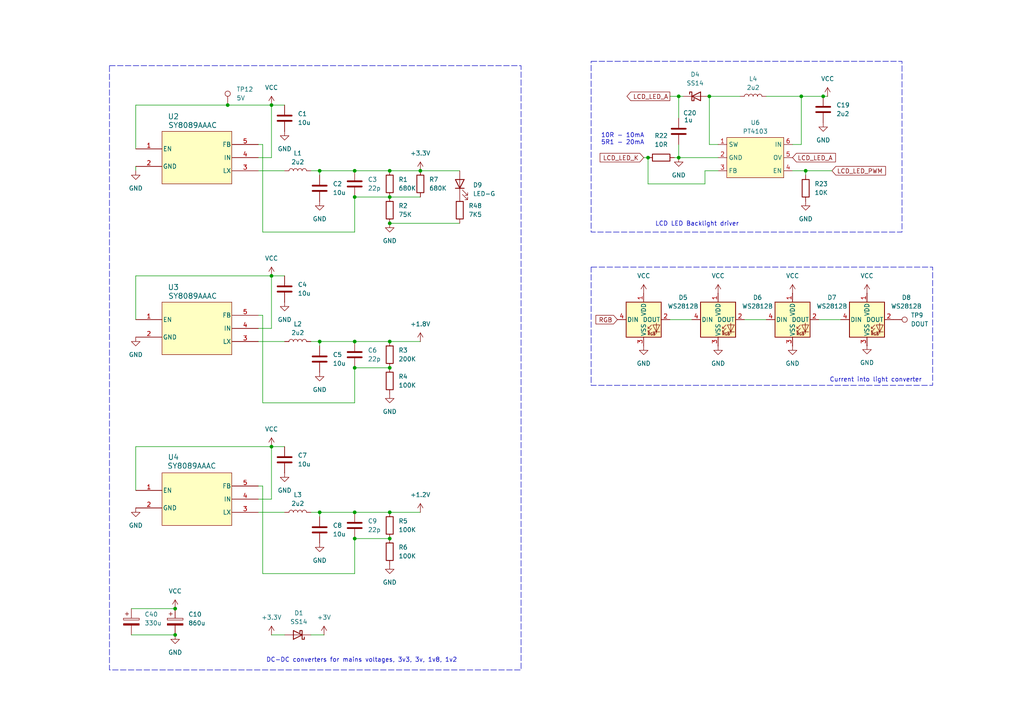
<source format=kicad_sch>
(kicad_sch (version 20250114) (generator "eeschema") (generator_version "9.0")
  (paper "A4")
  (title_block (title "V3s_Dev_Board") (date "2025/2026") (rev "A") (company "J.K.") (comment 1 "SBC prototype for educational purposes, my first project of its kind."))
  (lib_symbols
    (symbol "2025-12-23_17-04-29:SY8089AAAC" (pin_names (offset 0.254))
      (property "Reference" "U" (at 12.7 5.08 0))
      (property "Value" "SY8089AAAC" (at 12.7 2.54 0))
      (symbol "SY8089AAAC_0_1"
        (pin input line (at -7.62 -5.08 0) (length 7.62) (name "EN") (number "1"))
        (pin power_out line (at -7.62 -10.16 0) (length 7.62) (name "GND") (number "2"))
        (pin output line (at 27.94 -3.81 180) (length 7.62) (name "FB") (number "5"))
        (pin input line (at 27.94 -7.62 180) (length 7.62) (name "IN") (number "4"))
        (pin unspecified line (at 27.94 -11.43 180) (length 7.62) (name "LX") (number "3"))
      )
      (symbol "SY8089AAAC_1_1"
        (rectangle (start 0 0) (end 20.25 -15.24) (fill (type background)))
      )
    )
    (symbol "Connector:TestPoint" (pin_numbers (hide yes)) (pin_names (offset 0.762) (hide yes))
      (property "Reference" "TP" (at 0 6.858 0))
      (property "Value" "TestPoint" (at 0 5.08 0))
      (symbol "TestPoint_0_1"
        (circle (center 0 3.302) (radius 0.762))
      )
      (symbol "TestPoint_1_1"
        (pin passive line (at 0 0 90) (length 2.54) (name "1") (number "1"))
      )
    )
    (symbol "Custom:PT4103"
      (property "Reference" "U" (at 0.508 4.318 0))
      (property "Value" "PT4103" (at 3.302 2.032 0))
      (symbol "PT4103_1_1"
        (rectangle (start 0 0.762) (end 16.51 -10.922) (fill (type background)))
        (pin input line (at -2.54 -1.27 0) (length 2.54) (name "SW") (number "1"))
        (pin power_in line (at -2.54 -5.08 0) (length 2.54) (name "GND") (number "2"))
        (pin input line (at -2.54 -8.89 0) (length 2.54) (name "FB") (number "3"))
        (pin input line (at 19.05 -1.27 180) (length 2.54) (name "IN") (number "6"))
        (pin input line (at 19.05 -5.08 180) (length 2.54) (name "OV") (number "5"))
        (pin input line (at 19.05 -8.89 180) (length 2.54) (name "EN") (number "4"))
      )
    )
    (symbol "Device:C" (pin_numbers (hide yes)) (pin_names (offset 0.254))
      (property "Reference" "C" (at 0.635 2.54 0))
      (property "Value" "C" (at 0.635 -2.54 0))
      (symbol "C_0_1"
        (polyline (pts (xy -2.032 0.762) (xy 2.032 0.762)) (stroke (width 0.508)))
        (polyline (pts (xy -2.032 -0.762) (xy 2.032 -0.762)) (stroke (width 0.508)))
      )
      (symbol "C_1_1"
        (pin passive line (at 0 3.81 270) (length 2.794) (name "~") (number "1"))
        (pin passive line (at 0 -3.81 90) (length 2.794) (name "~") (number "2"))
      )
    )
    (symbol "Device:C_Polarized" (pin_numbers (hide yes)) (pin_names (offset 0.254))
      (property "Reference" "C" (at 0.635 2.54 0))
      (property "Value" "C_Polarized" (at 0.635 -2.54 0))
      (symbol "C_Polarized_0_1"
        (rectangle (start -2.286 0.508) (end 2.286 1.016))
        (polyline (pts (xy -1.778 2.286) (xy -0.762 2.286)))
        (polyline (pts (xy -1.27 2.794) (xy -1.27 1.778)))
        (rectangle (start 2.286 -0.508) (end -2.286 -1.016) (fill (type outline)))
      )
      (symbol "C_Polarized_1_1"
        (pin passive line (at 0 3.81 270) (length 2.794) (name "~") (number "1"))
        (pin passive line (at 0 -3.81 90) (length 2.794) (name "~") (number "2"))
      )
    )
    (symbol "Device:L" (pin_numbers (hide yes)) (pin_names (offset 1.016) (hide yes))
      (property "Reference" "L" (at -1.27 0 90))
      (property "Value" "L" (at 1.905 0 90))
      (symbol "L_0_1"
        (arc (start 0 2.54) (mid 0.6323 1.905) (end 0 1.27))
        (arc (start 0 1.27) (mid 0.6323 0.635) (end 0 0))
        (arc (start 0 0) (mid 0.6323 -0.635) (end 0 -1.27))
        (arc (start 0 -1.27) (mid 0.6323 -1.905) (end 0 -2.54))
      )
      (symbol "L_1_1"
        (pin passive line (at 0 3.81 270) (length 1.27) (name "1") (number "1"))
        (pin passive line (at 0 -3.81 90) (length 1.27) (name "2") (number "2"))
      )
    )
    (symbol "Device:LED" (pin_numbers (hide yes)) (pin_names (offset 1.016) (hide yes))
      (property "Reference" "D" (at 0 2.54 0))
      (property "Value" "LED" (at 0 -2.54 0))
      (symbol "LED_0_1"
        (polyline (pts (xy -3.048 -0.762) (xy -4.572 -2.286) (xy -3.81 -2.286) (xy -4.572 -2.286) (xy -4.572 -1.524)))
        (polyline (pts (xy -1.778 -0.762) (xy -3.302 -2.286) (xy -2.54 -2.286) (xy -3.302 -2.286) (xy -3.302 -1.524)))
        (polyline (pts (xy -1.27 0) (xy 1.27 0)))
        (polyline (pts (xy -1.27 -1.27) (xy -1.27 1.27)) (stroke (width 0.254)))
        (polyline (pts (xy 1.27 -1.27) (xy 1.27 1.27) (xy -1.27 0) (xy 1.27 -1.27)) (stroke (width 0.254)))
      )
      (symbol "LED_1_1"
        (pin passive line (at -3.81 0 0) (length 2.54) (name "K") (number "1"))
        (pin passive line (at 3.81 0 180) (length 2.54) (name "A") (number "2"))
      )
    )
    (symbol "Device:R" (pin_numbers (hide yes)) (pin_names (offset 0))
      (property "Reference" "R" (at 2.032 0 90))
      (property "Value" "R" (at 0 0 90))
      (symbol "R_0_1"
        (rectangle (start -1.016 -2.54) (end 1.016 2.54) (stroke (width 0.254)))
      )
      (symbol "R_1_1"
        (pin passive line (at 0 3.81 270) (length 1.27) (name "~") (number "1"))
        (pin passive line (at 0 -3.81 90) (length 1.27) (name "~") (number "2"))
      )
    )
    (symbol "Diode:SS14" (pin_numbers (hide yes)) (pin_names (offset 1.016) (hide yes))
      (property "Reference" "D" (at 0 2.54 0))
      (property "Value" "SS14" (at 0 -2.54 0))
      (symbol "SS14_0_1"
        (polyline (pts (xy -1.905 0.635) (xy -1.905 1.27) (xy -1.27 1.27) (xy -1.27 -1.27) (xy -0.635 -1.27) (xy -0.635 -0.635)) (stroke (width 0.254)))
        (polyline (pts (xy 1.27 1.27) (xy 1.27 -1.27) (xy -1.27 0) (xy 1.27 1.27)) (stroke (width 0.254)))
        (polyline (pts (xy 1.27 0) (xy -1.27 0)))
      )
      (symbol "SS14_1_1"
        (pin passive line (at -3.81 0 0) (length 2.54) (name "K") (number "1"))
        (pin passive line (at 3.81 0 180) (length 2.54) (name "A") (number "2"))
      )
    )
    (symbol "LED:WS2812B" (pin_names (offset 0.254))
      (property "Reference" "D" (at 5.08 5.715 0))
      (property "Value" "WS2812B" (at 1.27 -5.715 0))
      (symbol "WS2812B_0_0"
        (text "RGB" (at 2.286 -4.191 0) (effects (font (size 0.762 0.762))))
      )
      (symbol "WS2812B_0_1"
        (polyline (pts (xy 1.27 -2.54) (xy 1.778 -2.54)))
        (polyline (pts (xy 1.27 -3.556) (xy 1.778 -3.556)))
        (polyline (pts (xy 2.286 -1.524) (xy 1.27 -2.54) (xy 1.27 -2.032)))
        (polyline (pts (xy 2.286 -2.54) (xy 1.27 -3.556) (xy 1.27 -3.048)))
        (polyline (pts (xy 3.683 -1.016) (xy 3.683 -3.556) (xy 3.683 -4.064)))
        (polyline (pts (xy 4.699 -1.524) (xy 2.667 -1.524) (xy 3.683 -3.556) (xy 4.699 -1.524)))
        (polyline (pts (xy 4.699 -3.556) (xy 2.667 -3.556)))
        (rectangle (start 5.08 5.08) (end -5.08 -5.08) (stroke (width 0.254)) (fill (type background)))
      )
      (symbol "WS2812B_1_1"
        (pin input line (at -7.62 0 0) (length 2.54) (name "DIN") (number "4"))
        (pin power_in line (at 0 7.62 270) (length 2.54) (name "VDD") (number "1"))
        (pin power_in line (at 0 -7.62 90) (length 2.54) (name "VSS") (number "3"))
        (pin output line (at 7.62 0 180) (length 2.54) (name "DOUT") (number "2"))
      )
    )
    (symbol "SY8089AAAC_1" (pin_names (offset 0.254))
      (property "Reference" "U" (at 12.7 5.08 0))
      (property "Value" "SY8089AAAC" (at 12.7 2.54 0))
      (symbol "SY8089AAAC_1_0_1"
        (pin input line (at -7.62 -5.08 0) (length 7.62) (name "EN") (number "1"))
        (pin power_out line (at -7.62 -10.16 0) (length 7.62) (name "GND") (number "2"))
        (pin output line (at 27.94 -3.81 180) (length 7.62) (name "FB") (number "5"))
        (pin input line (at 27.94 -7.62 180) (length 7.62) (name "IN") (number "4"))
        (pin unspecified line (at 27.94 -11.43 180) (length 7.62) (name "LX") (number "3"))
      )
      (symbol "SY8089AAAC_1_1_1"
        (rectangle (start 0 0) (end 20.25 -15.24) (fill (type background)))
      )
    )
    (symbol "SY8089AAAC_2" (pin_names (offset 0.254))
      (property "Reference" "U" (at 12.7 5.08 0))
      (property "Value" "SY8089AAAC" (at 12.7 2.54 0))
      (symbol "SY8089AAAC_2_0_1"
        (pin input line (at -7.62 -5.08 0) (length 7.62) (name "EN") (number "1"))
        (pin power_out line (at -7.62 -10.16 0) (length 7.62) (name "GND") (number "2"))
        (pin output line (at 27.94 -3.81 180) (length 7.62) (name "FB") (number "5"))
        (pin input line (at 27.94 -7.62 180) (length 7.62) (name "IN") (number "4"))
        (pin unspecified line (at 27.94 -11.43 180) (length 7.62) (name "LX") (number "3"))
      )
      (symbol "SY8089AAAC_2_1_1"
        (rectangle (start 0 0) (end 20.25 -15.24) (fill (type background)))
      )
    )
    (symbol "power:+3.3V" (power) (pin_numbers (hide yes)) (pin_names (offset 0) (hide yes))
      (property "Value" "+3.3V" (at 0 3.556 0))
      (symbol "+3.3V_0_1"
        (polyline (pts (xy -0.762 1.27) (xy 0 2.54)))
        (polyline (pts (xy 0 2.54) (xy 0.762 1.27)))
        (polyline (pts (xy 0 0) (xy 0 2.54)))
      )
      (symbol "+3.3V_1_1"
        (pin power_in line (at 0 0 90) (length 0) (name "~") (number "1"))
      )
    )
    (symbol "power:GND" (power) (pin_numbers (hide yes)) (pin_names (offset 0) (hide yes))
      (property "Value" "GND" (at 0 -3.81 0))
      (symbol "GND_0_1"
        (polyline (pts (xy 0 0) (xy 0 -1.27) (xy 1.27 -1.27) (xy 0 -2.54) (xy -1.27 -1.27) (xy 0 -1.27)))
      )
      (symbol "GND_1_1"
        (pin power_in line (at 0 0 270) (length 0) (name "~") (number "1"))
      )
    )
    (symbol "power:VCC" (power) (pin_numbers (hide yes)) (pin_names (offset 0) (hide yes))
      (property "Value" "VCC" (at 0 3.556 0))
      (symbol "VCC_0_1"
        (polyline (pts (xy -0.762 1.27) (xy 0 2.54)))
        (polyline (pts (xy 0 2.54) (xy 0.762 1.27)))
        (polyline (pts (xy 0 0) (xy 0 2.54)))
      )
      (symbol "VCC_1_1"
        (pin power_in line (at 0 0 90) (length 0) (name "~") (number "1"))
      )
    )
  )
  (rectangle (start 171.45 77.47) (end 270.51 111.76) (stroke (width 0) (type dash)))
  (rectangle (start 171.45 17.78) (end 261.62 67.31) (stroke (width 0) (type dash)))
  (rectangle (start 31.75 19.05) (end 151.13 194.31) (stroke (width 0) (type dash)))
  (text "10R - 10mA\n5R1 - 20mA" (at 180.594 40.386 0) (effects (font (size 1.27 1.27))))
  (text "LCD LED Backlight driver\n" (at 202.184 65.024 0) (effects (font (size 1.27 1.27))))
  (text "Current into light converter" (at 254 110.236 0) (effects (font (size 1.27 1.27))))
  (text "DC-DC converters for mains voltages, 3v3, 3v, 1v8, 1v2" (at 104.902 191.516 0) (effects (font (size 1.27 1.27))))
  (junction (at 113.03 106.68))
  (junction (at 113.03 57.15))
  (junction (at 238.76 27.94))
  (junction (at 78.74 80.01))
  (junction (at 113.03 99.06))
  (junction (at 102.87 57.15))
  (junction (at 102.87 99.06))
  (junction (at 113.03 156.21))
  (junction (at 102.87 148.59))
  (junction (at 196.85 45.72))
  (junction (at 113.03 64.77))
  (junction (at 66.04 30.48))
  (junction (at 50.8 184.15))
  (junction (at 92.71 148.59))
  (junction (at 92.71 99.06))
  (junction (at 233.68 49.53))
  (junction (at 78.74 129.54))
  (junction (at 102.87 106.68))
  (junction (at 102.87 49.53))
  (junction (at 196.85 27.94))
  (junction (at 121.92 49.53))
  (junction (at 102.87 156.21))
  (junction (at 205.74 27.94))
  (junction (at 187.96 45.72))
  (junction (at 78.74 30.48))
  (junction (at 232.41 27.94))
  (junction (at 92.71 49.53))
  (junction (at 113.03 49.53))
  (junction (at 113.03 148.59))
  (junction (at 50.8 176.53))
  (wire (pts (xy 39.37 48.26) (xy 39.37 49.53)))
  (wire (pts (xy 186.69 45.72) (xy 187.96 45.72)))
  (wire (pts (xy 76.2 140.97) (xy 76.2 166.37)))
  (wire (pts (xy 102.87 156.21) (xy 113.03 156.21)))
  (wire (pts (xy 187.96 45.72) (xy 187.96 53.34)))
  (wire (pts (xy 196.85 45.72) (xy 208.28 45.72)))
  (wire (pts (xy 39.37 30.48) (xy 66.04 30.48)))
  (wire (pts (xy 92.71 148.59) (xy 102.87 148.59)))
  (wire (pts (xy 92.71 149.86) (xy 92.71 148.59)))
  (wire (pts (xy 90.17 49.53) (xy 92.71 49.53)))
  (wire (pts (xy 66.04 30.48) (xy 78.74 30.48)))
  (wire (pts (xy 187.96 53.34) (xy 204.47 53.34)))
  (wire (pts (xy 78.74 129.54) (xy 82.55 129.54)))
  (wire (pts (xy 205.74 27.94) (xy 205.74 41.91)))
  (wire (pts (xy 39.37 43.18) (xy 39.37 30.48)))
  (wire (pts (xy 78.74 80.01) (xy 82.55 80.01)))
  (wire (pts (xy 232.41 27.94) (xy 238.76 27.94)))
  (wire (pts (xy 194.31 27.94) (xy 196.85 27.94)))
  (wire (pts (xy 204.47 49.53) (xy 208.28 49.53)))
  (wire (pts (xy 102.87 106.68) (xy 113.03 106.68)))
  (wire (pts (xy 74.93 140.97) (xy 76.2 140.97)))
  (wire (pts (xy 74.93 95.25) (xy 78.74 95.25)))
  (wire (pts (xy 102.87 57.15) (xy 113.03 57.15)))
  (wire (pts (xy 92.71 50.8) (xy 92.71 49.53)))
  (wire (pts (xy 194.31 92.71) (xy 200.66 92.71)))
  (wire (pts (xy 90.17 184.15) (xy 93.98 184.15)))
  (wire (pts (xy 92.71 49.53) (xy 102.87 49.53)))
  (wire (pts (xy 237.49 92.71) (xy 243.84 92.71)))
  (wire (pts (xy 92.71 99.06) (xy 102.87 99.06)))
  (wire (pts (xy 76.2 116.84) (xy 102.87 116.84)))
  (wire (pts (xy 113.03 64.77) (xy 133.35 64.77)))
  (wire (pts (xy 76.2 91.44) (xy 76.2 116.84)))
  (wire (pts (xy 121.92 99.06) (xy 113.03 99.06)))
  (wire (pts (xy 78.74 144.78) (xy 78.74 129.54)))
  (wire (pts (xy 102.87 99.06) (xy 113.03 99.06)))
  (wire (pts (xy 74.93 41.91) (xy 76.2 41.91)))
  (wire (pts (xy 121.92 148.59) (xy 113.03 148.59)))
  (wire (pts (xy 102.87 116.84) (xy 102.87 106.68)))
  (wire (pts (xy 74.93 144.78) (xy 78.74 144.78)))
  (wire (pts (xy 102.87 166.37) (xy 102.87 156.21)))
  (wire (pts (xy 90.17 99.06) (xy 92.71 99.06)))
  (wire (pts (xy 121.92 49.53) (xy 133.35 49.53)))
  (wire (pts (xy 74.93 99.06) (xy 82.55 99.06)))
  (wire (pts (xy 74.93 49.53) (xy 82.55 49.53)))
  (wire (pts (xy 233.68 50.8) (xy 233.68 49.53)))
  (wire (pts (xy 215.9 92.71) (xy 222.25 92.71)))
  (wire (pts (xy 38.1 176.53) (xy 50.8 176.53)))
  (wire (pts (xy 78.74 30.48) (xy 82.55 30.48)))
  (wire (pts (xy 39.37 92.71) (xy 39.37 80.01)))
  (wire (pts (xy 121.92 49.53) (xy 113.03 49.53)))
  (wire (pts (xy 222.25 27.94) (xy 232.41 27.94)))
  (wire (pts (xy 113.03 57.15) (xy 121.92 57.15)))
  (wire (pts (xy 78.74 95.25) (xy 78.74 80.01)))
  (wire (pts (xy 196.85 27.94) (xy 198.12 27.94)))
  (wire (pts (xy 74.93 45.72) (xy 78.74 45.72)))
  (wire (pts (xy 205.74 41.91) (xy 208.28 41.91)))
  (wire (pts (xy 76.2 67.31) (xy 102.87 67.31)))
  (wire (pts (xy 233.68 49.53) (xy 241.3 49.53)))
  (wire (pts (xy 76.2 41.91) (xy 76.2 67.31)))
  (wire (pts (xy 102.87 148.59) (xy 113.03 148.59)))
  (wire (pts (xy 233.68 49.53) (xy 229.87 49.53)))
  (wire (pts (xy 39.37 80.01) (xy 78.74 80.01)))
  (wire (pts (xy 90.17 148.59) (xy 92.71 148.59)))
  (wire (pts (xy 196.85 41.91) (xy 196.85 45.72)))
  (wire (pts (xy 238.76 27.94) (xy 240.03 27.94)))
  (wire (pts (xy 92.71 100.33) (xy 92.71 99.06)))
  (wire (pts (xy 38.1 184.15) (xy 50.8 184.15)))
  (wire (pts (xy 229.87 41.91) (xy 232.41 41.91)))
  (wire (pts (xy 39.37 129.54) (xy 78.74 129.54)))
  (wire (pts (xy 196.85 27.94) (xy 196.85 34.29)))
  (wire (pts (xy 195.58 45.72) (xy 196.85 45.72)))
  (wire (pts (xy 74.93 91.44) (xy 76.2 91.44)))
  (wire (pts (xy 39.37 142.24) (xy 39.37 129.54)))
  (wire (pts (xy 78.74 45.72) (xy 78.74 30.48)))
  (wire (pts (xy 76.2 166.37) (xy 102.87 166.37)))
  (wire (pts (xy 102.87 67.31) (xy 102.87 57.15)))
  (wire (pts (xy 74.93 148.59) (xy 82.55 148.59)))
  (wire (pts (xy 204.47 53.34) (xy 204.47 49.53)))
  (wire (pts (xy 78.74 184.15) (xy 82.55 184.15)))
  (wire (pts (xy 214.63 27.94) (xy 205.74 27.94)))
  (wire (pts (xy 232.41 41.91) (xy 232.41 27.94)))
  (wire (pts (xy 102.87 49.53) (xy 113.03 49.53)))
  (global_label "LCD_LED_A" (shape output) (at 194.31 27.94 180) (property "Intersheetrefs" "${INTERSHEET_REFS}" (effects (hide yes))))
  (global_label "LCD_LED_PWM" (shape input) (at 241.3 49.53 0) (property "Intersheetrefs" "${INTERSHEET_REFS}" (effects (hide yes))))
  (global_label "RGB" (shape input) (at 179.07 92.71 180) (property "Intersheetrefs" "${INTERSHEET_REFS}" (effects (hide yes))))
  (global_label "LCD_LED_A" (shape input) (at 229.87 45.72 0) (property "Intersheetrefs" "${INTERSHEET_REFS}" (effects (hide yes))))
  (global_label "LCD_LED_K" (shape input) (at 186.69 45.72 180) (property "Intersheetrefs" "${INTERSHEET_REFS}" (effects (hide yes))))
  (symbol (lib_id "Connector:TestPoint") (at 66.04 30.48 0) (unit 1)
    (property "Reference" "TP12" (at 68.58 25.9079 0) (effects (justify left)))
    (property "Value" "5V" (at 68.58 28.4479 0) (effects (justify left)))
    (property "Footprint" "TestPoint:TestPoint_Pad_D1.0mm" (effects (hide yes)))
    (property "Description" "test point" (effects (hide yes)))
  )
  (symbol (lib_id "power:GND") (at 196.85 45.72 0) (unit 1)
    (property "Reference" "#PWR046" (effects (hide yes)))
    (property "Value" "GND" (at 196.85 50.8 0))
    (property "Description" "Power symbol creates a global label with name \"GND\" , ground" (effects (hide yes)))
  )
  (symbol (lib_id "Device:C") (at 102.87 53.34 0) (unit 1)
    (property "Reference" "C3" (at 106.68 52.0699 0) (effects (justify left)))
    (property "Value" "22p" (at 106.68 54.6099 0) (effects (justify left)))
    (property "Footprint" "Capacitor_SMD:C_0805_2012Metric_Pad1.18x1.45mm_HandSolder" (effects (hide yes)))
    (property "Description" "Unpolarized capacitor" (effects (hide yes)))
  )
  (symbol (lib_id "Device:R") (at 113.03 60.96 180) (unit 1)
    (property "Reference" "R2" (at 115.57 59.6899 0) (effects (justify right)))
    (property "Value" "75K" (at 115.57 62.2299 0) (effects (justify right)))
    (property "Footprint" "Resistor_SMD:R_0805_2012Metric_Pad1.20x1.40mm_HandSolder" (effects (hide yes)))
    (property "Description" "Resistor" (effects (hide yes)))
  )
  (symbol (lib_id "power:GND") (at 238.76 35.56 0) (unit 1)
    (property "Reference" "#PWR045" (effects (hide yes)))
    (property "Value" "GND" (at 238.76 40.64 0))
    (property "Description" "Power symbol creates a global label with name \"GND\" , ground" (effects (hide yes)))
  )
  (symbol (lib_id "power:GND") (at 50.8 184.15 0) (unit 1)
    (property "Reference" "#PWR020" (effects (hide yes)))
    (property "Value" "GND" (at 50.8 189.23 0))
    (property "Description" "Power symbol creates a global label with name \"GND\" , ground" (effects (hide yes)))
  )
  (symbol (lib_id "Device:C") (at 82.55 34.29 0) (unit 1)
    (property "Reference" "C1" (at 86.36 33.0199 0) (effects (justify left)))
    (property "Value" "10u" (at 86.36 35.5599 0) (effects (justify left)))
    (property "Footprint" "Capacitor_SMD:C_0805_2012Metric_Pad1.18x1.45mm_HandSolder" (effects (hide yes)))
    (property "Description" "Unpolarized capacitor" (effects (hide yes)))
  )
  (symbol (lib_name "SY8089AAAC_2") (lib_id "2025-12-23_17-04-29:SY8089AAAC") (at 46.99 87.63 0) (unit 1)
    (property "Reference" "U3" (at 50.292 83.312 0) (effects (font (size 1.524 1.524))))
    (property "Value" "SY8089AAAC" (at 55.88 85.852 0) (effects (font (size 1.524 1.524))))
    (property "Footprint" "SY8089AAAC_SGY" (effects (hide yes)))
    (property "Datasheet" "SY8089AAAC" (effects (hide yes)))
  )
  (symbol (lib_id "LED:WS2812B") (at 186.69 92.71 0) (unit 1)
    (property "Reference" "D5" (at 198.12 86.2898 0))
    (property "Value" "WS2812B" (at 198.12 88.8298 0))
    (property "Footprint" "LED_SMD:LED_WS2812B_PLCC4_5.0x5.0mm_P3.2mm" (effects (hide yes)))
    (property "Datasheet" "https://cdn-shop.adafruit.com/datasheets/WS2812B.pdf" (effects (hide yes)))
    (property "Description" "RGB LED with integrated controller" (effects (hide yes)))
  )
  (symbol (lib_id "Device:L") (at 218.44 27.94 90) (unit 1)
    (property "Reference" "L4" (at 218.44 22.86 90))
    (property "Value" "2u2" (at 218.44 25.4 90))
    (property "Footprint" "Inductor_SMD:L_APV_APH0420" (effects (hide yes)))
    (property "Description" "Inductor" (effects (hide yes)))
  )
  (symbol (lib_id "power:GND") (at 113.03 114.3 0) (unit 1)
    (property "Reference" "#PWR011" (effects (hide yes)))
    (property "Value" "GND" (at 113.03 119.38 0))
    (property "Description" "Power symbol creates a global label with name \"GND\" , ground" (effects (hide yes)))
  )
  (symbol (lib_id "Device:L") (at 86.36 148.59 90) (unit 1)
    (property "Reference" "L3" (at 86.36 143.51 90))
    (property "Value" "2u2" (at 86.36 146.05 90))
    (property "Footprint" "Inductor_SMD:L_APV_APH0420" (effects (hide yes)))
    (property "Description" "Inductor" (effects (hide yes)))
  )
  (symbol (lib_id "power:GND") (at 92.71 58.42 0) (unit 1)
    (property "Reference" "#PWR02" (effects (hide yes)))
    (property "Value" "GND" (at 92.71 63.5 0))
    (property "Description" "Power symbol creates a global label with name \"GND\" , ground" (effects (hide yes)))
  )
  (symbol (lib_id "Device:R") (at 113.03 160.02 180) (unit 1)
    (property "Reference" "R6" (at 115.57 158.7499 0) (effects (justify right)))
    (property "Value" "100K" (at 115.57 161.2899 0) (effects (justify right)))
    (property "Footprint" "Resistor_SMD:R_0805_2012Metric_Pad1.20x1.40mm_HandSolder" (effects (hide yes)))
    (property "Description" "Resistor" (effects (hide yes)))
  )
  (symbol (lib_id "power:GND") (at 251.46 100.1142 0) (unit 1)
    (property "Reference" "#PWR093" (effects (hide yes)))
    (property "Value" "GND" (at 251.46 105.1942 0))
    (property "Description" "Power symbol creates a global label with name \"GND\" , ground" (effects (hide yes)))
  )
  (symbol (lib_name "SY8089AAAC_1") (lib_id "2025-12-23_17-04-29:SY8089AAAC") (at 46.99 38.1 0) (unit 1)
    (property "Reference" "U2" (at 50.292 33.782 0) (effects (font (size 1.524 1.524))))
    (property "Value" "SY8089AAAC" (at 55.88 36.322 0) (effects (font (size 1.524 1.524))))
    (property "Footprint" "SY8089AAAC_SGY" (effects (hide yes)))
    (property "Datasheet" "SY8089AAAC" (effects (hide yes)))
  )
  (symbol (lib_id "power:GND") (at 233.68 58.42 0) (unit 1)
    (property "Reference" "#PWR047" (effects (hide yes)))
    (property "Value" "GND" (at 233.68 63.5 0))
    (property "Description" "Power symbol creates a global label with name \"GND\" , ground" (effects (hide yes)))
  )
  (symbol (lib_id "Device:L") (at 86.36 49.53 90) (unit 1)
    (property "Reference" "L1" (at 86.36 44.45 90))
    (property "Value" "2u2" (at 86.36 46.99 90))
    (property "Footprint" "Inductor_SMD:L_APV_APH0420" (effects (hide yes)))
    (property "Description" "Inductor" (effects (hide yes)))
  )
  (symbol (lib_id "power:VCC") (at 208.28 85.09 0) (unit 1)
    (property "Reference" "#PWR095" (effects (hide yes)))
    (property "Value" "VCC" (at 208.28 80.01 0))
    (property "Description" "Power symbol creates a global label with name \"VCC\"" (effects (hide yes)))
  )
  (symbol (lib_id "power:GND") (at 92.71 107.95 0) (unit 1)
    (property "Reference" "#PWR010" (effects (hide yes)))
    (property "Value" "GND" (at 92.71 113.03 0))
    (property "Description" "Power symbol creates a global label with name \"GND\" , ground" (effects (hide yes)))
  )
  (symbol (lib_id "Device:R") (at 113.03 152.4 0) (unit 1)
    (property "Reference" "R5" (at 115.57 151.1299 0) (effects (justify left)))
    (property "Value" "100K" (at 115.57 153.6699 0) (effects (justify left)))
    (property "Footprint" "Resistor_SMD:R_0805_2012Metric_Pad1.20x1.40mm_HandSolder" (effects (hide yes)))
    (property "Description" "Resistor" (effects (hide yes)))
  )
  (symbol (lib_id "power:GND") (at 39.37 97.79 0) (unit 1)
    (property "Reference" "#PWR07" (effects (hide yes)))
    (property "Value" "GND" (at 39.37 102.87 0))
    (property "Description" "Power symbol creates a global label with name \"GND\" , ground" (effects (hide yes)))
  )
  (symbol (lib_id "Connector:TestPoint") (at 259.08 92.71 270) (unit 1)
    (property "Reference" "TP9" (at 264.16 91.4399 90) (effects (justify left)))
    (property "Value" "DOUT" (at 264.16 93.9799 90) (effects (justify left)))
    (property "Footprint" "TestPoint:TestPoint_Pad_D1.0mm" (effects (hide yes)))
    (property "Description" "test point" (effects (hide yes)))
  )
  (symbol (lib_id "power:VCC") (at 78.74 80.01 0) (unit 1)
    (property "Reference" "#PWR08" (effects (hide yes)))
    (property "Value" "VCC" (at 78.74 74.93 0))
    (property "Description" "Power symbol creates a global label with name \"VCC\"" (effects (hide yes)))
  )
  (symbol (lib_id "LED:WS2812B") (at 229.87 92.71 0) (unit 1)
    (property "Reference" "D7" (at 241.3 86.2898 0))
    (property "Value" "WS2812B" (at 241.3 88.8298 0))
    (property "Footprint" "LED_SMD:LED_WS2812B_PLCC4_5.0x5.0mm_P3.2mm" (effects (hide yes)))
    (property "Datasheet" "https://cdn-shop.adafruit.com/datasheets/WS2812B.pdf" (effects (hide yes)))
    (property "Description" "RGB LED with integrated controller" (effects (hide yes)))
  )
  (symbol (lib_id "Device:LED") (at 133.35 53.34 90) (unit 1)
    (property "Reference" "D9" (at 137.16 53.6574 90) (effects (justify right)))
    (property "Value" "LED-G" (at 137.16 56.1974 90) (effects (justify right)))
    (property "Footprint" "LED_SMD:LED_0805_2012Metric_Pad1.15x1.40mm_HandSolder" (effects (hide yes)))
    (property "Description" "Light emitting diode" (effects (hide yes)))
    (property "Sim.Pins" "1=K 2=A" (effects (hide yes)))
  )
  (symbol (lib_id "power:GND") (at 113.03 163.83 0) (unit 1)
    (property "Reference" "#PWR017" (effects (hide yes)))
    (property "Value" "GND" (at 113.03 168.91 0))
    (property "Description" "Power symbol creates a global label with name \"GND\" , ground" (effects (hide yes)))
  )
  (symbol (lib_id "Device:C") (at 92.71 54.61 0) (unit 1)
    (property "Reference" "C2" (at 96.52 53.3399 0) (effects (justify left)))
    (property "Value" "10u" (at 96.52 55.8799 0) (effects (justify left)))
    (property "Footprint" "Capacitor_SMD:C_0805_2012Metric_Pad1.18x1.45mm_HandSolder" (effects (hide yes)))
    (property "Description" "Unpolarized capacitor" (effects (hide yes)))
  )
  (symbol (lib_id "Device:C") (at 102.87 102.87 0) (unit 1)
    (property "Reference" "C6" (at 106.68 101.5999 0) (effects (justify left)))
    (property "Value" "22p" (at 106.68 104.1399 0) (effects (justify left)))
    (property "Footprint" "Capacitor_SMD:C_0805_2012Metric_Pad1.18x1.45mm_HandSolder" (effects (hide yes)))
    (property "Description" "Unpolarized capacitor" (effects (hide yes)))
  )
  (symbol (lib_id "power:+3.3V") (at 78.74 184.15 0) (unit 1)
    (property "Reference" "#PWR021" (effects (hide yes)))
    (property "Value" "+3.3V" (at 78.74 179.07 0))
    (property "Description" "Power symbol creates a global label with name \"+3.3V\"" (effects (hide yes)))
  )
  (symbol (lib_id "Device:C_Polarized") (at 50.8 180.34 0) (unit 1)
    (property "Reference" "C10" (at 54.61 178.1809 0) (effects (justify left)))
    (property "Value" "860u" (at 54.61 180.7209 0) (effects (justify left)))
    (property "Footprint" "Capacitor_THT:CP_Radial_D6.3mm_P2.50mm" (effects (hide yes)))
    (property "Description" "Polarized capacitor" (effects (hide yes)))
  )
  (symbol (lib_id "power:GND") (at 208.28 100.33 0) (unit 1)
    (property "Reference" "#PWR091" (effects (hide yes)))
    (property "Value" "GND" (at 208.28 105.41 0))
    (property "Description" "Power symbol creates a global label with name \"GND\" , ground" (effects (hide yes)))
  )
  (symbol (lib_id "Device:C") (at 92.71 153.67 0) (unit 1)
    (property "Reference" "C8" (at 96.52 152.3999 0) (effects (justify left)))
    (property "Value" "10u" (at 96.52 154.9399 0) (effects (justify left)))
    (property "Footprint" "Capacitor_SMD:C_0805_2012Metric_Pad1.18x1.45mm_HandSolder" (effects (hide yes)))
    (property "Description" "Unpolarized capacitor" (effects (hide yes)))
  )
  (symbol (lib_id "power:+3.3V") (at 121.92 148.59 0) (unit 1)
    (property "Reference" "#PWR018" (effects (hide yes)))
    (property "Value" "+1.2V" (at 121.92 143.51 0))
    (property "Description" "Power symbol creates a global label with name \"+3.3V\"" (effects (hide yes)))
  )
  (symbol (lib_id "Device:C") (at 82.55 133.35 0) (unit 1)
    (property "Reference" "C7" (at 86.36 132.0799 0) (effects (justify left)))
    (property "Value" "10u" (at 86.36 134.6199 0) (effects (justify left)))
    (property "Footprint" "Capacitor_SMD:C_0805_2012Metric_Pad1.18x1.45mm_HandSolder" (effects (hide yes)))
    (property "Description" "Unpolarized capacitor" (effects (hide yes)))
  )
  (symbol (lib_id "Device:C") (at 102.87 152.4 0) (unit 1)
    (property "Reference" "C9" (at 106.68 151.1299 0) (effects (justify left)))
    (property "Value" "22p" (at 106.68 153.6699 0) (effects (justify left)))
    (property "Footprint" "Capacitor_SMD:C_0805_2012Metric_Pad1.18x1.45mm_HandSolder" (effects (hide yes)))
    (property "Description" "Unpolarized capacitor" (effects (hide yes)))
  )
  (symbol (lib_id "power:VCC") (at 78.74 129.54 0) (unit 1)
    (property "Reference" "#PWR014" (effects (hide yes)))
    (property "Value" "VCC" (at 78.74 124.46 0))
    (property "Description" "Power symbol creates a global label with name \"VCC\"" (effects (hide yes)))
  )
  (symbol (lib_id "Custom:PT4103") (at 210.82 40.64 0) (unit 1)
    (property "Reference" "U6" (at 219.075 35.56 0))
    (property "Value" "PT4103" (at 219.075 38.1 0))
    (property "Footprint" "Package_TO_SOT_SMD:SOT-23-6_Handsoldering" (effects (hide yes)))
    (property "Datasheet" "https://www.alldatasheet.com/datasheet-pdf/view/2137733/POWTECH/PT4103B23F.html" (effects (hide yes)))
    (property "Description" "The PT4103 is a step-up DC/DC converter designed for driving up to 8 white LEDs in series from a single cell Lithium  Ion  battery  with  constant  current.  Because  it  directly regulates output current, the PT4103 is ideal for driving   light   emitting   diodes   (LEDs)   whose   light   intensity  is  proportional  to  the  current  passing  through  them,  not  the  voltage  across  their  terminals.  A  single  external  resistor  sets  LED  current  between  5mA  and  20mA, which can then be easily adjusted using either a DC voltage or a pulse width modulated (PWM) signal. Its  low  104mV  feedback  voltage  reduces  power  loss  and  improves  efficiency.  The  OV  pin  monitors  the  output   voltage   and   turns   off   the   converter   if   an   over-voltage condition is present due to an open circuit condition.   The   PT4103   is   available   in   SOT23-6      packages." (effects (hide yes)))
  )
  (symbol (lib_id "power:VCC") (at 186.69 85.09 0) (unit 1)
    (property "Reference" "#PWR094" (effects (hide yes)))
    (property "Value" "VCC" (at 186.69 80.01 0))
    (property "Description" "Power symbol creates a global label with name \"VCC\"" (effects (hide yes)))
  )
  (symbol (lib_id "power:GND") (at 229.87 100.33 0) (unit 1)
    (property "Reference" "#PWR092" (effects (hide yes)))
    (property "Value" "GND" (at 229.87 105.41 0))
    (property "Description" "Power symbol creates a global label with name \"GND\" , ground" (effects (hide yes)))
  )
  (symbol (lib_id "Device:C") (at 196.85 38.1 0) (unit 1)
    (property "Reference" "C20" (at 198.12 32.766 0) (effects (justify left)))
    (property "Value" "1u" (at 198.374 34.798 0) (effects (justify left)))
    (property "Footprint" "Capacitor_SMD:C_0805_2012Metric_Pad1.18x1.45mm_HandSolder" (effects (hide yes)))
    (property "Description" "Unpolarized capacitor" (effects (hide yes)))
  )
  (symbol (lib_id "Device:C") (at 238.76 31.75 0) (unit 1)
    (property "Reference" "C19" (at 242.57 30.4799 0) (effects (justify left)))
    (property "Value" "2u2" (at 242.57 33.0199 0) (effects (justify left)))
    (property "Footprint" "Capacitor_SMD:C_0805_2012Metric_Pad1.18x1.45mm_HandSolder" (effects (hide yes)))
    (property "Description" "Unpolarized capacitor" (effects (hide yes)))
  )
  (symbol (lib_id "power:GND") (at 82.55 87.63 0) (unit 1)
    (property "Reference" "#PWR09" (effects (hide yes)))
    (property "Value" "GND" (at 82.55 92.71 0))
    (property "Description" "Power symbol creates a global label with name \"GND\" , ground" (effects (hide yes)))
  )
  (symbol (lib_id "power:VCC") (at 229.87 85.09 0) (unit 1)
    (property "Reference" "#PWR096" (effects (hide yes)))
    (property "Value" "VCC" (at 229.87 80.01 0))
    (property "Description" "Power symbol creates a global label with name \"VCC\"" (effects (hide yes)))
  )
  (symbol (lib_id "Device:R") (at 113.03 110.49 180) (unit 1)
    (property "Reference" "R4" (at 115.57 109.2199 0) (effects (justify right)))
    (property "Value" "100K" (at 115.57 111.7599 0) (effects (justify right)))
    (property "Footprint" "Resistor_SMD:R_0805_2012Metric_Pad1.20x1.40mm_HandSolder" (effects (hide yes)))
    (property "Description" "Resistor" (effects (hide yes)))
  )
  (symbol (lib_id "power:GND") (at 113.03 64.77 0) (unit 1)
    (property "Reference" "#PWR05" (effects (hide yes)))
    (property "Value" "GND" (at 113.03 69.85 0))
    (property "Description" "Power symbol creates a global label with name \"GND\" , ground" (effects (hide yes)))
  )
  (symbol (lib_id "Device:R") (at 113.03 102.87 0) (unit 1)
    (property "Reference" "R3" (at 115.57 101.5999 0) (effects (justify left)))
    (property "Value" "200K" (at 115.57 104.1399 0) (effects (justify left)))
    (property "Footprint" "Resistor_SMD:R_0805_2012Metric_Pad1.20x1.40mm_HandSolder" (effects (hide yes)))
    (property "Description" "Resistor" (effects (hide yes)))
  )
  (symbol (lib_id "Diode:SS14") (at 86.36 184.15 180) (unit 1)
    (property "Reference" "D1" (at 86.6775 177.8 0))
    (property "Value" "SS14" (at 86.6775 180.34 0))
    (property "Footprint" "Diode_SMD:D_SMA" (effects (hide yes)))
    (property "Datasheet" "https://www.vishay.com/docs/88746/ss12.pdf" (effects (hide yes)))
    (property "Description" "40V 1A Schottky Diode, SMA" (effects (hide yes)))
  )
  (symbol (lib_id "power:+3.3V") (at 121.92 99.06 0) (unit 1)
    (property "Reference" "#PWR012" (effects (hide yes)))
    (property "Value" "+1.8V" (at 121.92 93.98 0))
    (property "Description" "Power symbol creates a global label with name \"+3.3V\"" (effects (hide yes)))
  )
  (symbol (lib_id "Device:R") (at 121.92 53.34 0) (unit 1)
    (property "Reference" "R7" (at 124.46 52.0699 0) (effects (justify left)))
    (property "Value" "680K" (at 124.46 54.6099 0) (effects (justify left)))
    (property "Footprint" "Resistor_SMD:R_0805_2012Metric_Pad1.20x1.40mm_HandSolder" (effects (hide yes)))
    (property "Description" "Resistor" (effects (hide yes)))
  )
  (symbol (lib_id "power:GND") (at 82.55 38.1 0) (unit 1)
    (property "Reference" "#PWR04" (effects (hide yes)))
    (property "Value" "GND" (at 82.55 43.18 0))
    (property "Description" "Power symbol creates a global label with name \"GND\" , ground" (effects (hide yes)))
  )
  (symbol (lib_id "power:GND") (at 186.69 100.33 0) (unit 1)
    (property "Reference" "#PWR090" (effects (hide yes)))
    (property "Value" "GND" (at 186.69 105.41 0))
    (property "Description" "Power symbol creates a global label with name \"GND\" , ground" (effects (hide yes)))
  )
  (symbol (lib_id "Device:R") (at 233.68 54.61 180) (unit 1)
    (property "Reference" "R23" (at 236.22 53.3399 0) (effects (justify right)))
    (property "Value" "10K" (at 236.22 55.8799 0) (effects (justify right)))
    (property "Footprint" "Resistor_SMD:R_0805_2012Metric_Pad1.20x1.40mm_HandSolder" (effects (hide yes)))
    (property "Description" "Resistor" (effects (hide yes)))
  )
  (symbol (lib_id "power:VCC") (at 78.74 30.48 0) (unit 1)
    (property "Reference" "#PWR03" (effects (hide yes)))
    (property "Value" "VCC" (at 78.74 25.4 0))
    (property "Description" "Power symbol creates a global label with name \"VCC\"" (effects (hide yes)))
  )
  (symbol (lib_id "power:+3.3V") (at 93.98 184.15 0) (unit 1)
    (property "Reference" "#PWR022" (effects (hide yes)))
    (property "Value" "+3V" (at 93.98 179.07 0))
    (property "Description" "Power symbol creates a global label with name \"+3.3V\"" (effects (hide yes)))
  )
  (symbol (lib_id "Device:C_Polarized") (at 38.1 180.34 0) (unit 1)
    (property "Reference" "C40" (at 41.91 178.1809 0) (effects (justify left)))
    (property "Value" "330u" (at 41.91 180.7209 0) (effects (justify left)))
    (property "Footprint" "Capacitor_Tantalum_SMD:CP_EIA-7343-15_Kemet-W_HandSolder" (effects (hide yes)))
    (property "Description" "Polarized capacitor" (effects (hide yes)))
  )
  (symbol (lib_id "power:VCC") (at 240.03 27.94 0) (unit 1)
    (property "Reference" "#PWR044" (effects (hide yes)))
    (property "Value" "VCC" (at 240.03 22.86 0))
    (property "Description" "Power symbol creates a global label with name \"VCC\"" (effects (hide yes)))
  )
  (symbol (lib_id "power:GND") (at 82.55 137.16 0) (unit 1)
    (property "Reference" "#PWR015" (effects (hide yes)))
    (property "Value" "GND" (at 82.55 142.24 0))
    (property "Description" "Power symbol creates a global label with name \"GND\" , ground" (effects (hide yes)))
  )
  (symbol (lib_id "Device:R") (at 113.03 53.34 0) (unit 1)
    (property "Reference" "R1" (at 115.57 52.0699 0) (effects (justify left)))
    (property "Value" "680K" (at 115.57 54.6099 0) (effects (justify left)))
    (property "Footprint" "Resistor_SMD:R_0805_2012Metric_Pad1.20x1.40mm_HandSolder" (effects (hide yes)))
    (property "Description" "Resistor" (effects (hide yes)))
  )
  (symbol (lib_id "2025-12-23_17-04-29:SY8089AAAC") (at 46.99 137.16 0) (unit 1)
    (property "Reference" "U4" (at 50.292 132.588 0) (effects (font (size 1.524 1.524))))
    (property "Value" "SY8089AAAC" (at 55.626 135.128 0) (effects (font (size 1.524 1.524))))
    (property "Footprint" "SY8089AAAC_SGY" (effects (hide yes)))
    (property "Datasheet" "SY8089AAAC" (effects (hide yes)))
  )
  (symbol (lib_id "power:GND") (at 39.37 49.53 0) (unit 1)
    (property "Reference" "#PWR01" (effects (hide yes)))
    (property "Value" "GND" (at 39.37 54.61 0))
    (property "Description" "Power symbol creates a global label with name \"GND\" , ground" (effects (hide yes)))
  )
  (symbol (lib_id "Device:L") (at 86.36 99.06 90) (unit 1)
    (property "Reference" "L2" (at 86.36 93.98 90))
    (property "Value" "2u2" (at 86.36 96.52 90))
    (property "Footprint" "Inductor_SMD:L_APV_APH0420" (effects (hide yes)))
    (property "Description" "Inductor" (effects (hide yes)))
  )
  (symbol (lib_id "power:GND") (at 92.71 157.48 0) (unit 1)
    (property "Reference" "#PWR016" (effects (hide yes)))
    (property "Value" "GND" (at 92.71 162.56 0))
    (property "Description" "Power symbol creates a global label with name \"GND\" , ground" (effects (hide yes)))
  )
  (symbol (lib_id "Device:C") (at 82.55 83.82 0) (unit 1)
    (property "Reference" "C4" (at 86.36 82.5499 0) (effects (justify left)))
    (property "Value" "10u" (at 86.36 85.0899 0) (effects (justify left)))
    (property "Footprint" "Capacitor_SMD:C_0805_2012Metric_Pad1.18x1.45mm_HandSolder" (effects (hide yes)))
    (property "Description" "Unpolarized capacitor" (effects (hide yes)))
  )
  (symbol (lib_id "Device:R") (at 191.77 45.72 90) (unit 1)
    (property "Reference" "R22" (at 191.77 39.37 90))
    (property "Value" "10R" (at 191.77 41.91 90))
    (property "Footprint" "Resistor_SMD:R_0805_2012Metric_Pad1.20x1.40mm_HandSolder" (effects (hide yes)))
    (property "Description" "Resistor" (effects (hide yes)))
  )
  (symbol (lib_id "power:GND") (at 39.37 147.32 0) (unit 1)
    (property "Reference" "#PWR013" (effects (hide yes)))
    (property "Value" "GND" (at 39.37 152.4 0))
    (property "Description" "Power symbol creates a global label with name \"GND\" , ground" (effects (hide yes)))
  )
  (symbol (lib_id "LED:WS2812B") (at 251.46 92.71 0) (unit 1)
    (property "Reference" "D8" (at 262.89 86.2898 0))
    (property "Value" "WS2812B" (at 262.89 88.8298 0))
    (property "Footprint" "LED_SMD:LED_WS2812B_PLCC4_5.0x5.0mm_P3.2mm" (effects (hide yes)))
    (property "Datasheet" "https://cdn-shop.adafruit.com/datasheets/WS2812B.pdf" (effects (hide yes)))
    (property "Description" "RGB LED with integrated controller" (effects (hide yes)))
  )
  (symbol (lib_id "power:VCC") (at 251.46 85.09 0) (unit 1)
    (property "Reference" "#PWR097" (effects (hide yes)))
    (property "Value" "VCC" (at 251.46 80.01 0))
    (property "Description" "Power symbol creates a global label with name \"VCC\"" (effects (hide yes)))
  )
  (symbol (lib_id "power:+3.3V") (at 121.92 49.53 0) (unit 1)
    (property "Reference" "#PWR06" (effects (hide yes)))
    (property "Value" "+3.3V" (at 121.92 44.45 0))
    (property "Description" "Power symbol creates a global label with name \"+3.3V\"" (effects (hide yes)))
  )
  (symbol (lib_id "Device:C") (at 92.71 104.14 0) (unit 1)
    (property "Reference" "C5" (at 96.52 102.8699 0) (effects (justify left)))
    (property "Value" "10u" (at 96.52 105.4099 0) (effects (justify left)))
    (property "Footprint" "Capacitor_SMD:C_0805_2012Metric_Pad1.18x1.45mm_HandSolder" (effects (hide yes)))
    (property "Description" "Unpolarized capacitor" (effects (hide yes)))
  )
  (symbol (lib_id "power:VCC") (at 50.8 176.53 0) (unit 1)
    (property "Reference" "#PWR019" (effects (hide yes)))
    (property "Value" "VCC" (at 50.8 171.45 0))
    (property "Description" "Power symbol creates a global label with name \"VCC\"" (effects (hide yes)))
  )
  (symbol (lib_id "Device:R") (at 133.35 60.96 0) (unit 1)
    (property "Reference" "R48" (at 135.89 59.6899 0) (effects (justify left)))
    (property "Value" "7K5" (at 135.89 62.2299 0) (effects (justify left)))
    (property "Footprint" "Resistor_SMD:R_0805_2012Metric_Pad1.20x1.40mm_HandSolder" (effects (hide yes)))
    (property "Description" "Resistor" (effects (hide yes)))
  )
  (symbol (lib_id "LED:WS2812B") (at 208.28 92.71 0) (unit 1)
    (property "Reference" "D6" (at 219.71 86.2898 0))
    (property "Value" "WS2812B" (at 219.71 88.8298 0))
    (property "Footprint" "LED_SMD:LED_WS2812B_PLCC4_5.0x5.0mm_P3.2mm" (effects (hide yes)))
    (property "Datasheet" "https://cdn-shop.adafruit.com/datasheets/WS2812B.pdf" (effects (hide yes)))
    (property "Description" "RGB LED with integrated controller" (effects (hide yes)))
  )
  (symbol (lib_id "Diode:SS14") (at 201.93 27.94 0) (unit 1)
    (property "Reference" "D4" (at 201.6125 21.59 0))
    (property "Value" "SS14" (at 201.6125 24.13 0))
    (property "Footprint" "Diode_SMD:D_SMA" (effects (hide yes)))
    (property "Datasheet" "https://www.vishay.com/docs/88746/ss12.pdf" (effects (hide yes)))
    (property "Description" "40V 1A Schottky Diode, SMA" (effects (hide yes)))
  )
)
</source>
